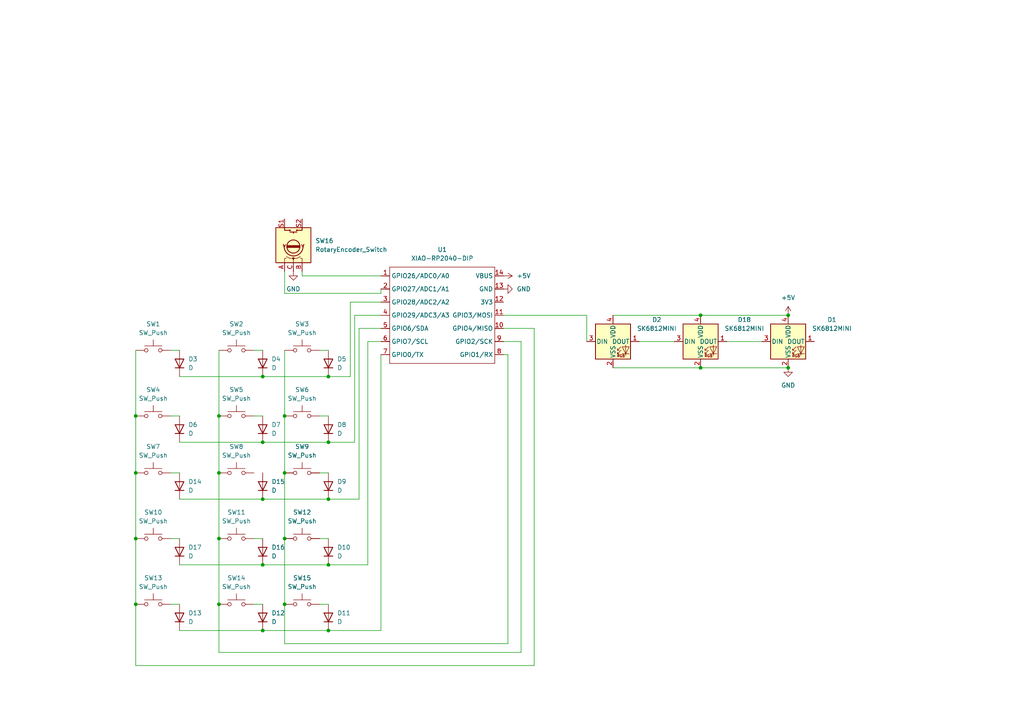
<source format=kicad_sch>
(kicad_sch (version 20231120) (generator "eeschema") (generator_version "8.0")
  (paper "A4")
  (lib_symbols
    (symbol "Device:D" (pin_numbers hide) (pin_names (offset 1.016) hide)
      (property "Reference" "D" (at 0 2.54 0))
      (property "Value" "D" (at 0 -2.54 0))
      (symbol "D_0_1"
        (polyline (pts (xy -1.27 1.27) (xy -1.27 -1.27)) (stroke (width 0.254)))
        (polyline (pts (xy 1.27 0) (xy -1.27 0)))
        (polyline (pts (xy 1.27 1.27) (xy 1.27 -1.27) (xy -1.27 0) (xy 1.27 1.27)) (stroke (width 0.254)))
      )
      (symbol "D_1_1"
        (pin passive line (at -3.81 0 0) (length 2.54) (name "K") (number "1"))
        (pin passive line (at 3.81 0 180) (length 2.54) (name "A") (number "2"))
      )
    )
    (symbol "Device:RotaryEncoder_Switch" (pin_names (offset 0.254) hide)
      (property "Reference" "SW" (at 0 6.604 0))
      (property "Value" "RotaryEncoder_Switch" (at 0 -6.604 0))
      (symbol "RotaryEncoder_Switch_0_1"
        (rectangle (start -5.08 5.08) (end 5.08 -5.08) (stroke (width 0.254)) (fill (type background)))
        (circle (center -3.81 0) (radius 0.254) (fill (type outline)))
        (circle (center -0.381 0) (radius 1.905) (stroke (width 0.254)))
        (arc (start -0.381 2.667) (mid -3.0988 -0.0635) (end -0.381 -2.794) (stroke (width 0.254)))
        (polyline (pts (xy -0.635 -1.778) (xy -0.635 1.778)) (stroke (width 0.254)))
        (polyline (pts (xy -0.381 -1.778) (xy -0.381 1.778)) (stroke (width 0.254)))
        (polyline (pts (xy -0.127 1.778) (xy -0.127 -1.778)) (stroke (width 0.254)))
        (polyline (pts (xy 3.81 0) (xy 3.429 0)) (stroke (width 0.254)))
        (polyline (pts (xy 3.81 1.016) (xy 3.81 -1.016)) (stroke (width 0.254)))
        (polyline (pts (xy -5.08 -2.54) (xy -3.81 -2.54) (xy -3.81 -2.032)))
        (polyline (pts (xy -5.08 2.54) (xy -3.81 2.54) (xy -3.81 2.032)))
        (polyline (pts (xy 0.254 -3.048) (xy -0.508 -2.794) (xy 0.127 -2.413)) (stroke (width 0.254)))
        (polyline (pts (xy 0.254 2.921) (xy -0.508 2.667) (xy 0.127 2.286)) (stroke (width 0.254)))
        (polyline (pts (xy 5.08 -2.54) (xy 4.318 -2.54) (xy 4.318 -1.016)) (stroke (width 0.254)))
        (polyline (pts (xy 5.08 2.54) (xy 4.318 2.54) (xy 4.318 1.016)) (stroke (width 0.254)))
        (polyline (pts (xy -5.08 0) (xy -3.81 0) (xy -3.81 -1.016) (xy -3.302 -2.032)))
        (polyline (pts (xy -4.318 0) (xy -3.81 0) (xy -3.81 1.016) (xy -3.302 2.032)))
        (circle (center 4.318 -1.016) (radius 0.127) (stroke (width 0.254)))
        (circle (center 4.318 1.016) (radius 0.127) (stroke (width 0.254)))
      )
      (symbol "RotaryEncoder_Switch_1_1"
        (pin passive line (at -7.62 2.54 0) (length 2.54) (name "A") (number "A"))
        (pin passive line (at -7.62 -2.54 0) (length 2.54) (name "B") (number "B"))
        (pin passive line (at -7.62 0 0) (length 2.54) (name "C") (number "C"))
        (pin passive line (at 7.62 2.54 180) (length 2.54) (name "S1") (number "S1"))
        (pin passive line (at 7.62 -2.54 180) (length 2.54) (name "S2") (number "S2"))
      )
    )
    (symbol "LED:SK6812MINI" (pin_names (offset 0.254))
      (property "Reference" "D" (at 5.08 5.715 0))
      (property "Value" "SK6812MINI" (at 1.27 -5.715 0))
      (symbol "SK6812MINI_0_0"
        (text "RGB" (at 2.286 -4.191 0) (effects (font (size 0.762 0.762))))
      )
      (symbol "SK6812MINI_0_1"
        (polyline (pts (xy 1.27 -3.556) (xy 1.778 -3.556)))
        (polyline (pts (xy 1.27 -2.54) (xy 1.778 -2.54)))
        (polyline (pts (xy 4.699 -3.556) (xy 2.667 -3.556)))
        (polyline (pts (xy 2.286 -2.54) (xy 1.27 -3.556) (xy 1.27 -3.048)))
        (polyline (pts (xy 2.286 -1.524) (xy 1.27 -2.54) (xy 1.27 -2.032)))
        (polyline (pts (xy 3.683 -1.016) (xy 3.683 -3.556) (xy 3.683 -4.064)))
        (polyline (pts (xy 4.699 -1.524) (xy 2.667 -1.524) (xy 3.683 -3.556) (xy 4.699 -1.524)))
        (rectangle (start 5.08 5.08) (end -5.08 -5.08) (stroke (width 0.254)) (fill (type background)))
      )
      (symbol "SK6812MINI_1_1"
        (pin output line (at 7.62 0 180) (length 2.54) (name "DOUT") (number "1"))
        (pin power_in line (at 0 -7.62 90) (length 2.54) (name "VSS") (number "2"))
        (pin input line (at -7.62 0 0) (length 2.54) (name "DIN") (number "3"))
        (pin power_in line (at 0 7.62 270) (length 2.54) (name "VDD") (number "4"))
      )
    )
    (symbol "OPL:XIAO-RP2040-DIP"
      (property "Reference" "U" (at 0 0 0))
      (property "Value" "XIAO-RP2040-DIP" (at 5.334 -1.778 0))
      (symbol "XIAO-RP2040-DIP_1_0"
        (polyline (pts (xy -1.27 -30.48) (xy -1.27 -16.51)) (stroke (width 0.1524)))
        (polyline (pts (xy -1.27 -27.94) (xy -2.54 -27.94)) (stroke (width 0.1524)))
        (polyline (pts (xy -1.27 -24.13) (xy -2.54 -24.13)) (stroke (width 0.1524)))
        (polyline (pts (xy -1.27 -20.32) (xy -2.54 -20.32)) (stroke (width 0.1524)))
        (polyline (pts (xy -1.27 -16.51) (xy -2.54 -16.51)) (stroke (width 0.1524)))
        (polyline (pts (xy -1.27 -16.51) (xy -1.27 -12.7)) (stroke (width 0.1524)))
        (polyline (pts (xy -1.27 -12.7) (xy -2.54 -12.7)) (stroke (width 0.1524)))
        (polyline (pts (xy -1.27 -12.7) (xy -1.27 -8.89)) (stroke (width 0.1524)))
        (polyline (pts (xy -1.27 -8.89) (xy -2.54 -8.89)) (stroke (width 0.1524)))
        (polyline (pts (xy -1.27 -8.89) (xy -1.27 -5.08)) (stroke (width 0.1524)))
        (polyline (pts (xy -1.27 -5.08) (xy -2.54 -5.08)) (stroke (width 0.1524)))
        (polyline (pts (xy -1.27 -5.08) (xy -1.27 -2.54)) (stroke (width 0.1524)))
        (polyline (pts (xy -1.27 -2.54) (xy 29.21 -2.54)) (stroke (width 0.1524)))
        (polyline (pts (xy 29.21 -30.48) (xy -1.27 -30.48)) (stroke (width 0.1524)))
        (polyline (pts (xy 29.21 -12.7) (xy 29.21 -30.48)) (stroke (width 0.1524)))
        (polyline (pts (xy 29.21 -8.89) (xy 29.21 -12.7)) (stroke (width 0.1524)))
        (polyline (pts (xy 29.21 -5.08) (xy 29.21 -8.89)) (stroke (width 0.1524)))
        (polyline (pts (xy 29.21 -2.54) (xy 29.21 -5.08)) (stroke (width 0.1524)))
        (polyline (pts (xy 30.48 -27.94) (xy 29.21 -27.94)) (stroke (width 0.1524)))
        (polyline (pts (xy 30.48 -24.13) (xy 29.21 -24.13)) (stroke (width 0.1524)))
        (polyline (pts (xy 30.48 -20.32) (xy 29.21 -20.32)) (stroke (width 0.1524)))
        (polyline (pts (xy 30.48 -16.51) (xy 29.21 -16.51)) (stroke (width 0.1524)))
        (polyline (pts (xy 30.48 -12.7) (xy 29.21 -12.7)) (stroke (width 0.1524)))
        (polyline (pts (xy 30.48 -8.89) (xy 29.21 -8.89)) (stroke (width 0.1524)))
        (polyline (pts (xy 30.48 -5.08) (xy 29.21 -5.08)) (stroke (width 0.1524)))
        (pin passive line (at -3.81 -5.08 0) (length 2.54) (name "GPIO26/ADC0/A0") (number "1"))
        (pin passive line (at 31.75 -20.32 180) (length 2.54) (name "GPIO4/MISO") (number "10"))
        (pin passive line (at 31.75 -16.51 180) (length 2.54) (name "GPIO3/MOSI") (number "11"))
        (pin passive line (at 31.75 -12.7 180) (length 2.54) (name "3V3") (number "12"))
        (pin passive line (at 31.75 -8.89 180) (length 2.54) (name "GND") (number "13"))
        (pin passive line (at 31.75 -5.08 180) (length 2.54) (name "VBUS") (number "14"))
        (pin passive line (at -3.81 -8.89 0) (length 2.54) (name "GPIO27/ADC1/A1") (number "2"))
        (pin passive line (at -3.81 -12.7 0) (length 2.54) (name "GPIO28/ADC2/A2") (number "3"))
        (pin passive line (at -3.81 -16.51 0) (length 2.54) (name "GPIO29/ADC3/A3") (number "4"))
        (pin passive line (at -3.81 -20.32 0) (length 2.54) (name "GPIO6/SDA") (number "5"))
        (pin passive line (at -3.81 -24.13 0) (length 2.54) (name "GPIO7/SCL") (number "6"))
        (pin passive line (at -3.81 -27.94 0) (length 2.54) (name "GPIO0/TX") (number "7"))
        (pin passive line (at 31.75 -27.94 180) (length 2.54) (name "GPIO1/RX") (number "8"))
        (pin passive line (at 31.75 -24.13 180) (length 2.54) (name "GPIO2/SCK") (number "9"))
      )
    )
    (symbol "Switch:SW_Push" (pin_numbers hide) (pin_names (offset 1.016) hide)
      (property "Reference" "SW" (at 1.27 2.54 0))
      (property "Value" "SW_Push" (at 0 -1.524 0))
      (symbol "SW_Push_0_1"
        (circle (center -2.032 0) (radius 0.508))
        (polyline (pts (xy 0 1.27) (xy 0 3.048)))
        (polyline (pts (xy 2.54 1.27) (xy -2.54 1.27)))
        (circle (center 2.032 0) (radius 0.508))
        (pin passive line (at -5.08 0 0) (length 2.54) (name "1") (number "1"))
        (pin passive line (at 5.08 0 180) (length 2.54) (name "2") (number "2"))
      )
    )
    (symbol "power:+5V" (power) (pin_numbers hide) (pin_names (offset 0) hide)
      (property "Value" "+5V" (at 0 3.556 0))
      (symbol "+5V_0_1"
        (polyline (pts (xy -0.762 1.27) (xy 0 2.54)))
        (polyline (pts (xy 0 0) (xy 0 2.54)))
        (polyline (pts (xy 0 2.54) (xy 0.762 1.27)))
      )
      (symbol "+5V_1_1"
        (pin power_in line (at 0 0 90) (length 0) (name "~") (number "1"))
      )
    )
    (symbol "power:GND" (power) (pin_numbers hide) (pin_names (offset 0) hide)
      (property "Value" "GND" (at 0 -3.81 0))
      (symbol "GND_0_1"
        (polyline (pts (xy 0 0) (xy 0 -1.27) (xy 1.27 -1.27) (xy 0 -2.54) (xy -1.27 -1.27) (xy 0 -1.27)))
      )
      (symbol "GND_1_1"
        (pin power_in line (at 0 0 270) (length 0) (name "~") (number "1"))
      )
    )
  )
  (junction (at 39.37 156.21))
  (junction (at 82.55 120.65))
  (junction (at 76.2 163.83))
  (junction (at 95.25 128.27))
  (junction (at 95.25 144.78))
  (junction (at 76.2 128.27))
  (junction (at 203.2 91.44))
  (junction (at 63.5 120.65))
  (junction (at 39.37 120.65))
  (junction (at 82.55 137.16))
  (junction (at 95.25 182.88))
  (junction (at 63.5 156.21))
  (junction (at 95.25 163.83))
  (junction (at 63.5 137.16))
  (junction (at 228.6 106.68))
  (junction (at 95.25 109.22))
  (junction (at 39.37 137.16))
  (junction (at 82.55 156.21))
  (junction (at 76.2 144.78))
  (junction (at 76.2 182.88))
  (junction (at 63.5 175.26))
  (junction (at 228.6 91.44))
  (junction (at 203.2 106.68))
  (junction (at 76.2 109.22))
  (junction (at 82.55 175.26))
  (junction (at 39.37 175.26))
  (wire (pts (xy 82.55 156.21) (xy 82.55 175.26)))
  (wire (pts (xy 52.07 109.22) (xy 76.2 109.22)))
  (wire (pts (xy 82.55 186.69) (xy 147.32 186.69)))
  (wire (pts (xy 82.55 175.26) (xy 82.55 186.69)))
  (wire (pts (xy 106.68 99.06) (xy 110.49 99.06)))
  (wire (pts (xy 76.2 163.83) (xy 95.25 163.83)))
  (wire (pts (xy 154.94 193.04) (xy 154.94 95.25)))
  (wire (pts (xy 110.49 182.88) (xy 110.49 102.87)))
  (wire (pts (xy 151.13 189.23) (xy 151.13 99.06)))
  (wire (pts (xy 170.18 99.06) (xy 170.18 91.44)))
  (wire (pts (xy 49.53 137.16) (xy 52.07 137.16)))
  (wire (pts (xy 52.07 182.88) (xy 76.2 182.88)))
  (wire (pts (xy 39.37 101.6) (xy 39.37 120.65)))
  (wire (pts (xy 95.25 109.22) (xy 101.6 109.22)))
  (wire (pts (xy 82.55 78.74) (xy 82.55 85.09)))
  (wire (pts (xy 95.25 144.78) (xy 104.14 144.78)))
  (wire (pts (xy 73.66 120.65) (xy 76.2 120.65)))
  (wire (pts (xy 203.2 106.68) (xy 228.6 106.68)))
  (wire (pts (xy 63.5 189.23) (xy 151.13 189.23)))
  (wire (pts (xy 52.07 163.83) (xy 76.2 163.83)))
  (wire (pts (xy 95.25 182.88) (xy 110.49 182.88)))
  (wire (pts (xy 87.63 80.01) (xy 110.49 80.01)))
  (wire (pts (xy 102.87 128.27) (xy 102.87 91.44)))
  (wire (pts (xy 76.2 182.88) (xy 95.25 182.88)))
  (wire (pts (xy 185.42 99.06) (xy 195.58 99.06)))
  (wire (pts (xy 49.53 175.26) (xy 52.07 175.26)))
  (wire (pts (xy 177.8 106.68) (xy 203.2 106.68)))
  (wire (pts (xy 63.5 175.26) (xy 63.5 189.23)))
  (wire (pts (xy 63.5 137.16) (xy 63.5 156.21)))
  (wire (pts (xy 39.37 175.26) (xy 39.37 193.04)))
  (wire (pts (xy 106.68 163.83) (xy 106.68 99.06)))
  (wire (pts (xy 39.37 120.65) (xy 39.37 137.16)))
  (wire (pts (xy 95.25 128.27) (xy 102.87 128.27)))
  (wire (pts (xy 92.71 120.65) (xy 95.25 120.65)))
  (wire (pts (xy 39.37 193.04) (xy 154.94 193.04)))
  (wire (pts (xy 82.55 137.16) (xy 82.55 156.21)))
  (wire (pts (xy 63.5 120.65) (xy 63.5 137.16)))
  (wire (pts (xy 102.87 91.44) (xy 110.49 91.44)))
  (wire (pts (xy 76.2 144.78) (xy 95.25 144.78)))
  (wire (pts (xy 104.14 95.25) (xy 110.49 95.25)))
  (wire (pts (xy 76.2 128.27) (xy 95.25 128.27)))
  (wire (pts (xy 39.37 156.21) (xy 39.37 175.26)))
  (wire (pts (xy 52.07 144.78) (xy 76.2 144.78)))
  (wire (pts (xy 147.32 102.87) (xy 146.05 102.87)))
  (wire (pts (xy 39.37 137.16) (xy 39.37 156.21)))
  (wire (pts (xy 92.71 101.6) (xy 95.25 101.6)))
  (wire (pts (xy 154.94 95.25) (xy 146.05 95.25)))
  (wire (pts (xy 95.25 163.83) (xy 106.68 163.83)))
  (wire (pts (xy 101.6 87.63) (xy 110.49 87.63)))
  (wire (pts (xy 87.63 78.74) (xy 87.63 80.01)))
  (wire (pts (xy 177.8 91.44) (xy 203.2 91.44)))
  (wire (pts (xy 92.71 137.16) (xy 95.25 137.16)))
  (wire (pts (xy 73.66 175.26) (xy 76.2 175.26)))
  (wire (pts (xy 63.5 101.6) (xy 63.5 120.65)))
  (wire (pts (xy 73.66 156.21) (xy 76.2 156.21)))
  (wire (pts (xy 49.53 156.21) (xy 52.07 156.21)))
  (wire (pts (xy 82.55 101.6) (xy 82.55 120.65)))
  (wire (pts (xy 203.2 91.44) (xy 228.6 91.44)))
  (wire (pts (xy 49.53 120.65) (xy 52.07 120.65)))
  (wire (pts (xy 82.55 120.65) (xy 82.55 137.16)))
  (wire (pts (xy 82.55 85.09) (xy 110.49 85.09)))
  (wire (pts (xy 210.82 99.06) (xy 220.98 99.06)))
  (wire (pts (xy 147.32 186.69) (xy 147.32 102.87)))
  (wire (pts (xy 63.5 156.21) (xy 63.5 175.26)))
  (wire (pts (xy 104.14 144.78) (xy 104.14 95.25)))
  (wire (pts (xy 170.18 91.44) (xy 146.05 91.44)))
  (wire (pts (xy 52.07 128.27) (xy 76.2 128.27)))
  (wire (pts (xy 92.71 175.26) (xy 95.25 175.26)))
  (wire (pts (xy 101.6 109.22) (xy 101.6 87.63)))
  (wire (pts (xy 76.2 109.22) (xy 95.25 109.22)))
  (wire (pts (xy 49.53 101.6) (xy 52.07 101.6)))
  (wire (pts (xy 73.66 101.6) (xy 76.2 101.6)))
  (wire (pts (xy 151.13 99.06) (xy 146.05 99.06)))
  (wire (pts (xy 110.49 85.09) (xy 110.49 83.82)))
  (wire (pts (xy 92.71 156.21) (xy 95.25 156.21)))
  (symbol (lib_id "Switch:SW_Push") (at 87.63 120.65 0) (unit 1)
    (property "Reference" "SW6" (at 87.63 113.03 0))
    (property "Value" "SW_Push" (at 87.63 115.57 0))
    (property "Footprint" "Button_Switch_Keyboard:SW_Cherry_MX_1.00u_PCB" (effects (hide yes)))
    (property "Description" "Push button switch, generic, two pins" (effects (hide yes)))
  )
  (symbol (lib_id "power:+5V") (at 146.05 80.01 270) (unit 1)
    (property "Reference" "#PWR02" (effects (hide yes)))
    (property "Value" "+5V" (at 149.86 80.0099 90) (effects (justify left)))
    (property "Description" "Power symbol creates a global label with name \"+5V\"" (effects (hide yes)))
  )
  (symbol (lib_id "Device:D") (at 76.2 105.41 90) (unit 1)
    (property "Reference" "D4" (at 78.74 104.1399 90) (effects (justify right)))
    (property "Value" "D" (at 78.74 106.6799 90) (effects (justify right)))
    (property "Footprint" "Diode_THT:D_DO-35_SOD27_P7.62mm_Horizontal" (effects (hide yes)))
    (property "Description" "Diode" (effects (hide yes)))
    (property "Sim.Device" "D" (effects (hide yes)))
    (property "Sim.Pins" "1=K 2=A" (effects (hide yes)))
  )
  (symbol (lib_id "LED:SK6812MINI") (at 203.2 99.06 0) (unit 1)
    (property "Reference" "D18" (at 215.9 92.7414 0))
    (property "Value" "SK6812MINI" (at 215.9 95.2814 0))
    (property "Footprint" "LED_SMD:LED_SK6812MINI_PLCC4_3.5x3.5mm_P1.75mm" (effects (hide yes)))
    (property "Datasheet" "https://cdn-shop.adafruit.com/product-files/2686/SK6812MINI_REV.01-1-2.pdf" (effects (hide yes)))
    (property "Description" "RGB LED with integrated controller" (effects (hide yes)))
  )
  (symbol (lib_id "Device:D") (at 95.25 105.41 90) (unit 1)
    (property "Reference" "D5" (at 97.79 104.1399 90) (effects (justify right)))
    (property "Value" "D" (at 97.79 106.6799 90) (effects (justify right)))
    (property "Footprint" "Diode_THT:D_DO-35_SOD27_P7.62mm_Horizontal" (effects (hide yes)))
    (property "Description" "Diode" (effects (hide yes)))
    (property "Sim.Device" "D" (effects (hide yes)))
    (property "Sim.Pins" "1=K 2=A" (effects (hide yes)))
  )
  (symbol (lib_id "Device:RotaryEncoder_Switch") (at 85.09 71.12 90) (unit 1)
    (property "Reference" "SW16" (at 91.44 69.8499 90) (effects (justify right)))
    (property "Value" "RotaryEncoder_Switch" (at 91.44 72.3899 90) (effects (justify right)))
    (property "Footprint" "Rotary_Encoder:RotaryEncoder_Alps_EC11E-Switch_Vertical_H20mm_CircularMountingHoles" (effects (hide yes)))
    (property "Description" "Rotary encoder, dual channel, incremental quadrate outputs, with switch" (effects (hide yes)))
  )
  (symbol (lib_id "Device:D") (at 95.25 160.02 90) (unit 1)
    (property "Reference" "D10" (at 97.79 158.7499 90) (effects (justify right)))
    (property "Value" "D" (at 97.79 161.2899 90) (effects (justify right)))
    (property "Footprint" "Diode_THT:D_DO-35_SOD27_P7.62mm_Horizontal" (effects (hide yes)))
    (property "Description" "Diode" (effects (hide yes)))
    (property "Sim.Device" "D" (effects (hide yes)))
    (property "Sim.Pins" "1=K 2=A" (effects (hide yes)))
  )
  (symbol (lib_id "Switch:SW_Push") (at 87.63 137.16 0) (unit 1)
    (property "Reference" "SW9" (at 87.63 129.54 0))
    (property "Value" "SW_Push" (at 87.63 132.08 0))
    (property "Footprint" "Button_Switch_Keyboard:SW_Cherry_MX_1.00u_PCB" (effects (hide yes)))
    (property "Description" "Push button switch, generic, two pins" (effects (hide yes)))
  )
  (symbol (lib_id "Device:D") (at 52.07 160.02 90) (unit 1)
    (property "Reference" "D17" (at 54.61 158.7499 90) (effects (justify right)))
    (property "Value" "D" (at 54.61 161.2899 90) (effects (justify right)))
    (property "Footprint" "Diode_THT:D_DO-35_SOD27_P7.62mm_Horizontal" (effects (hide yes)))
    (property "Description" "Diode" (effects (hide yes)))
    (property "Sim.Device" "D" (effects (hide yes)))
    (property "Sim.Pins" "1=K 2=A" (effects (hide yes)))
  )
  (symbol (lib_id "Switch:SW_Push") (at 68.58 120.65 0) (unit 1)
    (property "Reference" "SW5" (at 68.58 113.03 0))
    (property "Value" "SW_Push" (at 68.58 115.57 0))
    (property "Footprint" "Button_Switch_Keyboard:SW_Cherry_MX_1.00u_PCB" (effects (hide yes)))
    (property "Description" "Push button switch, generic, two pins" (effects (hide yes)))
  )
  (symbol (lib_id "Switch:SW_Push") (at 68.58 137.16 0) (unit 1)
    (property "Reference" "SW8" (at 68.58 129.54 0))
    (property "Value" "SW_Push" (at 68.58 132.08 0))
    (property "Footprint" "Button_Switch_Keyboard:SW_Cherry_MX_1.00u_PCB" (effects (hide yes)))
    (property "Description" "Push button switch, generic, two pins" (effects (hide yes)))
  )
  (symbol (lib_id "Device:D") (at 76.2 160.02 90) (unit 1)
    (property "Reference" "D16" (at 78.74 158.7499 90) (effects (justify right)))
    (property "Value" "D" (at 78.74 161.2899 90) (effects (justify right)))
    (property "Footprint" "Diode_THT:D_DO-35_SOD27_P7.62mm_Horizontal" (effects (hide yes)))
    (property "Description" "Diode" (effects (hide yes)))
    (property "Sim.Device" "D" (effects (hide yes)))
    (property "Sim.Pins" "1=K 2=A" (effects (hide yes)))
  )
  (symbol (lib_id "Device:D") (at 95.25 140.97 90) (unit 1)
    (property "Reference" "D9" (at 97.79 139.6999 90) (effects (justify right)))
    (property "Value" "D" (at 97.79 142.2399 90) (effects (justify right)))
    (property "Footprint" "Diode_THT:D_DO-35_SOD27_P7.62mm_Horizontal" (effects (hide yes)))
    (property "Description" "Diode" (effects (hide yes)))
    (property "Sim.Device" "D" (effects (hide yes)))
    (property "Sim.Pins" "1=K 2=A" (effects (hide yes)))
  )
  (symbol (lib_id "LED:SK6812MINI") (at 228.6 99.06 0) (unit 1)
    (property "Reference" "D1" (at 241.3 92.7414 0))
    (property "Value" "SK6812MINI" (at 241.3 95.2814 0))
    (property "Footprint" "LED_SMD:LED_SK6812MINI_PLCC4_3.5x3.5mm_P1.75mm" (effects (hide yes)))
    (property "Datasheet" "https://cdn-shop.adafruit.com/product-files/2686/SK6812MINI_REV.01-1-2.pdf" (effects (hide yes)))
    (property "Description" "RGB LED with integrated controller" (effects (hide yes)))
  )
  (symbol (lib_id "Device:D") (at 52.07 140.97 90) (unit 1)
    (property "Reference" "D14" (at 54.61 139.6999 90) (effects (justify right)))
    (property "Value" "D" (at 54.61 142.2399 90) (effects (justify right)))
    (property "Footprint" "Diode_THT:D_DO-35_SOD27_P7.62mm_Horizontal" (effects (hide yes)))
    (property "Description" "Diode" (effects (hide yes)))
    (property "Sim.Device" "D" (effects (hide yes)))
    (property "Sim.Pins" "1=K 2=A" (effects (hide yes)))
  )
  (symbol (lib_id "Device:D") (at 95.25 179.07 90) (unit 1)
    (property "Reference" "D11" (at 97.79 177.7999 90) (effects (justify right)))
    (property "Value" "D" (at 97.79 180.3399 90) (effects (justify right)))
    (property "Footprint" "Diode_THT:D_DO-35_SOD27_P7.62mm_Horizontal" (effects (hide yes)))
    (property "Description" "Diode" (effects (hide yes)))
    (property "Sim.Device" "D" (effects (hide yes)))
    (property "Sim.Pins" "1=K 2=A" (effects (hide yes)))
  )
  (symbol (lib_id "LED:SK6812MINI") (at 177.8 99.06 0) (unit 1)
    (property "Reference" "D2" (at 190.5 92.7414 0))
    (property "Value" "SK6812MINI" (at 190.5 95.2814 0))
    (property "Footprint" "LED_SMD:LED_SK6812MINI_PLCC4_3.5x3.5mm_P1.75mm" (effects (hide yes)))
    (property "Datasheet" "https://cdn-shop.adafruit.com/product-files/2686/SK6812MINI_REV.01-1-2.pdf" (effects (hide yes)))
    (property "Description" "RGB LED with integrated controller" (effects (hide yes)))
  )
  (symbol (lib_id "Device:D") (at 76.2 124.46 90) (unit 1)
    (property "Reference" "D7" (at 78.74 123.1899 90) (effects (justify right)))
    (property "Value" "D" (at 78.74 125.7299 90) (effects (justify right)))
    (property "Footprint" "Diode_THT:D_DO-35_SOD27_P7.62mm_Horizontal" (effects (hide yes)))
    (property "Description" "Diode" (effects (hide yes)))
    (property "Sim.Device" "D" (effects (hide yes)))
    (property "Sim.Pins" "1=K 2=A" (effects (hide yes)))
  )
  (symbol (lib_id "Device:D") (at 76.2 179.07 90) (unit 1)
    (property "Reference" "D12" (at 78.74 177.7999 90) (effects (justify right)))
    (property "Value" "D" (at 78.74 180.3399 90) (effects (justify right)))
    (property "Footprint" "Diode_THT:D_DO-35_SOD27_P7.62mm_Horizontal" (effects (hide yes)))
    (property "Description" "Diode" (effects (hide yes)))
    (property "Sim.Device" "D" (effects (hide yes)))
    (property "Sim.Pins" "1=K 2=A" (effects (hide yes)))
  )
  (symbol (lib_id "Device:D") (at 52.07 179.07 90) (unit 1)
    (property "Reference" "D13" (at 54.61 177.7999 90) (effects (justify right)))
    (property "Value" "D" (at 54.61 180.3399 90) (effects (justify right)))
    (property "Footprint" "Diode_THT:D_DO-35_SOD27_P7.62mm_Horizontal" (effects (hide yes)))
    (property "Description" "Diode" (effects (hide yes)))
    (property "Sim.Device" "D" (effects (hide yes)))
    (property "Sim.Pins" "1=K 2=A" (effects (hide yes)))
  )
  (symbol (lib_id "Switch:SW_Push") (at 68.58 101.6 0) (unit 1)
    (property "Reference" "SW2" (at 68.58 93.98 0))
    (property "Value" "SW_Push" (at 68.58 96.52 0))
    (property "Footprint" "Button_Switch_Keyboard:SW_Cherry_MX_1.00u_PCB" (effects (hide yes)))
    (property "Description" "Push button switch, generic, two pins" (effects (hide yes)))
  )
  (symbol (lib_id "Device:D") (at 76.2 140.97 90) (unit 1)
    (property "Reference" "D15" (at 78.74 139.6999 90) (effects (justify right)))
    (property "Value" "D" (at 78.74 142.2399 90) (effects (justify right)))
    (property "Footprint" "Diode_THT:D_DO-35_SOD27_P7.62mm_Horizontal" (effects (hide yes)))
    (property "Description" "Diode" (effects (hide yes)))
    (property "Sim.Device" "D" (effects (hide yes)))
    (property "Sim.Pins" "1=K 2=A" (effects (hide yes)))
  )
  (symbol (lib_id "power:+5V") (at 228.6 91.44 0) (unit 1)
    (property "Reference" "#PWR03" (effects (hide yes)))
    (property "Value" "+5V" (at 228.6 86.36 0))
    (property "Description" "Power symbol creates a global label with name \"+5V\"" (effects (hide yes)))
  )
  (symbol (lib_id "Switch:SW_Push") (at 44.45 137.16 0) (unit 1)
    (property "Reference" "SW7" (at 44.45 129.54 0))
    (property "Value" "SW_Push" (at 44.45 132.08 0))
    (property "Footprint" "Button_Switch_Keyboard:SW_Cherry_MX_1.00u_PCB" (effects (hide yes)))
    (property "Description" "Push button switch, generic, two pins" (effects (hide yes)))
  )
  (symbol (lib_id "Switch:SW_Push") (at 87.63 156.21 0) (unit 1)
    (property "Reference" "SW12" (at 87.63 148.59 0))
    (property "Value" "SW_Push" (at 87.63 151.13 0))
    (property "Footprint" "Button_Switch_Keyboard:SW_Cherry_MX_1.00u_PCB" (effects (hide yes)))
    (property "Description" "Push button switch, generic, two pins" (effects (hide yes)))
  )
  (symbol (lib_id "Switch:SW_Push") (at 87.63 175.26 0) (unit 1)
    (property "Reference" "SW15" (at 87.63 167.64 0))
    (property "Value" "SW_Push" (at 87.63 170.18 0))
    (property "Footprint" "Button_Switch_Keyboard:SW_Cherry_MX_1.00u_PCB" (effects (hide yes)))
    (property "Description" "Push button switch, generic, two pins" (effects (hide yes)))
  )
  (symbol (lib_id "Switch:SW_Push") (at 44.45 156.21 0) (unit 1)
    (property "Reference" "SW10" (at 44.45 148.59 0))
    (property "Value" "SW_Push" (at 44.45 151.13 0))
    (property "Footprint" "Button_Switch_Keyboard:SW_Cherry_MX_1.00u_PCB" (effects (hide yes)))
    (property "Description" "Push button switch, generic, two pins" (effects (hide yes)))
  )
  (symbol (lib_id "Device:D") (at 52.07 105.41 90) (unit 1)
    (property "Reference" "D3" (at 54.61 104.1399 90) (effects (justify right)))
    (property "Value" "D" (at 54.61 106.6799 90) (effects (justify right)))
    (property "Footprint" "Diode_THT:D_DO-35_SOD27_P7.62mm_Horizontal" (effects (hide yes)))
    (property "Description" "Diode" (effects (hide yes)))
    (property "Sim.Device" "D" (effects (hide yes)))
    (property "Sim.Pins" "1=K 2=A" (effects (hide yes)))
  )
  (symbol (lib_id "Switch:SW_Push") (at 44.45 101.6 0) (unit 1)
    (property "Reference" "SW1" (at 44.45 93.98 0))
    (property "Value" "SW_Push" (at 44.45 96.52 0))
    (property "Footprint" "Button_Switch_Keyboard:SW_Cherry_MX_1.00u_PCB" (effects (hide yes)))
    (property "Description" "Push button switch, generic, two pins" (effects (hide yes)))
  )
  (symbol (lib_id "power:GND") (at 85.09 78.74 0) (unit 1)
    (property "Reference" "#PWR01" (effects (hide yes)))
    (property "Value" "GND" (at 85.09 83.82 0))
    (property "Description" "Power symbol creates a global label with name \"GND\" , ground" (effects (hide yes)))
  )
  (symbol (lib_id "Switch:SW_Push") (at 44.45 120.65 0) (unit 1)
    (property "Reference" "SW4" (at 44.45 113.03 0))
    (property "Value" "SW_Push" (at 44.45 115.57 0))
    (property "Footprint" "Button_Switch_Keyboard:SW_Cherry_MX_1.00u_PCB" (effects (hide yes)))
    (property "Description" "Push button switch, generic, two pins" (effects (hide yes)))
  )
  (symbol (lib_id "Switch:SW_Push") (at 68.58 156.21 0) (unit 1)
    (property "Reference" "SW11" (at 68.58 148.59 0))
    (property "Value" "SW_Push" (at 68.58 151.13 0))
    (property "Footprint" "Button_Switch_Keyboard:SW_Cherry_MX_1.00u_PCB" (effects (hide yes)))
    (property "Description" "Push button switch, generic, two pins" (effects (hide yes)))
  )
  (symbol (lib_id "Switch:SW_Push") (at 44.45 175.26 0) (unit 1)
    (property "Reference" "SW13" (at 44.45 167.64 0))
    (property "Value" "SW_Push" (at 44.45 170.18 0))
    (property "Footprint" "Button_Switch_Keyboard:SW_Cherry_MX_1.00u_PCB" (effects (hide yes)))
    (property "Description" "Push button switch, generic, two pins" (effects (hide yes)))
  )
  (symbol (lib_id "Switch:SW_Push") (at 68.58 175.26 0) (unit 1)
    (property "Reference" "SW14" (at 68.58 167.64 0))
    (property "Value" "SW_Push" (at 68.58 170.18 0))
    (property "Footprint" "Button_Switch_Keyboard:SW_Cherry_MX_1.00u_PCB" (effects (hide yes)))
    (property "Description" "Push button switch, generic, two pins" (effects (hide yes)))
  )
  (symbol (lib_id "power:GND") (at 228.6 106.68 0) (unit 1)
    (property "Reference" "#PWR05" (effects (hide yes)))
    (property "Value" "GND" (at 228.6 111.76 0))
    (property "Description" "Power symbol creates a global label with name \"GND\" , ground" (effects (hide yes)))
  )
  (symbol (lib_id "OPL:XIAO-RP2040-DIP") (at 114.3 74.93 0) (unit 1)
    (property "Reference" "U1" (at 128.27 72.39 0))
    (property "Value" "XIAO-RP2040-DIP" (at 128.27 74.93 0))
    (property "Footprint" "OPL:XIAO-RP2040-DIP" (effects (hide yes)))
  )
  (symbol (lib_id "Switch:SW_Push") (at 87.63 101.6 0) (unit 1)
    (property "Reference" "SW3" (at 87.63 93.98 0))
    (property "Value" "SW_Push" (at 87.63 96.52 0))
    (property "Footprint" "Button_Switch_Keyboard:SW_Cherry_MX_1.00u_PCB" (effects (hide yes)))
    (property "Description" "Push button switch, generic, two pins" (effects (hide yes)))
  )
  (symbol (lib_id "power:GND") (at 146.05 83.82 90) (unit 1)
    (property "Reference" "#PWR04" (effects (hide yes)))
    (property "Value" "GND" (at 149.86 83.8199 90) (effects (justify right)))
    (property "Description" "Power symbol creates a global label with name \"GND\" , ground" (effects (hide yes)))
  )
  (symbol (lib_id "Device:D") (at 52.07 124.46 90) (unit 1)
    (property "Reference" "D6" (at 54.61 123.1899 90) (effects (justify right)))
    (property "Value" "D" (at 54.61 125.7299 90) (effects (justify right)))
    (property "Footprint" "Diode_THT:D_DO-35_SOD27_P7.62mm_Horizontal" (effects (hide yes)))
    (property "Description" "Diode" (effects (hide yes)))
    (property "Sim.Device" "D" (effects (hide yes)))
    (property "Sim.Pins" "1=K 2=A" (effects (hide yes)))
  )
  (symbol (lib_id "Device:D") (at 95.25 124.46 90) (unit 1)
    (property "Reference" "D8" (at 97.79 123.1899 90) (effects (justify right)))
    (property "Value" "D" (at 97.79 125.7299 90) (effects (justify right)))
    (property "Footprint" "Diode_THT:D_DO-35_SOD27_P7.62mm_Horizontal" (effects (hide yes)))
    (property "Description" "Diode" (effects (hide yes)))
    (property "Sim.Device" "D" (effects (hide yes)))
    (property "Sim.Pins" "1=K 2=A" (effects (hide yes)))
  )
)
</source>
